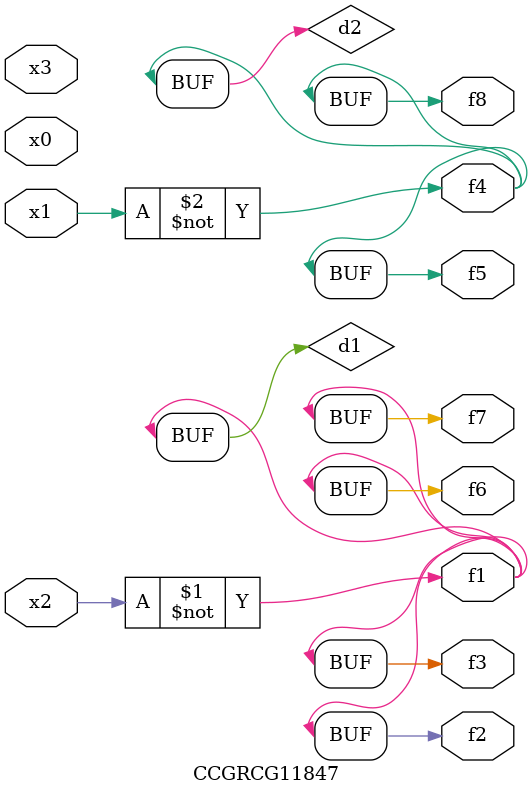
<source format=v>
module CCGRCG11847(
	input x0, x1, x2, x3,
	output f1, f2, f3, f4, f5, f6, f7, f8
);

	wire d1, d2;

	xnor (d1, x2);
	not (d2, x1);
	assign f1 = d1;
	assign f2 = d1;
	assign f3 = d1;
	assign f4 = d2;
	assign f5 = d2;
	assign f6 = d1;
	assign f7 = d1;
	assign f8 = d2;
endmodule

</source>
